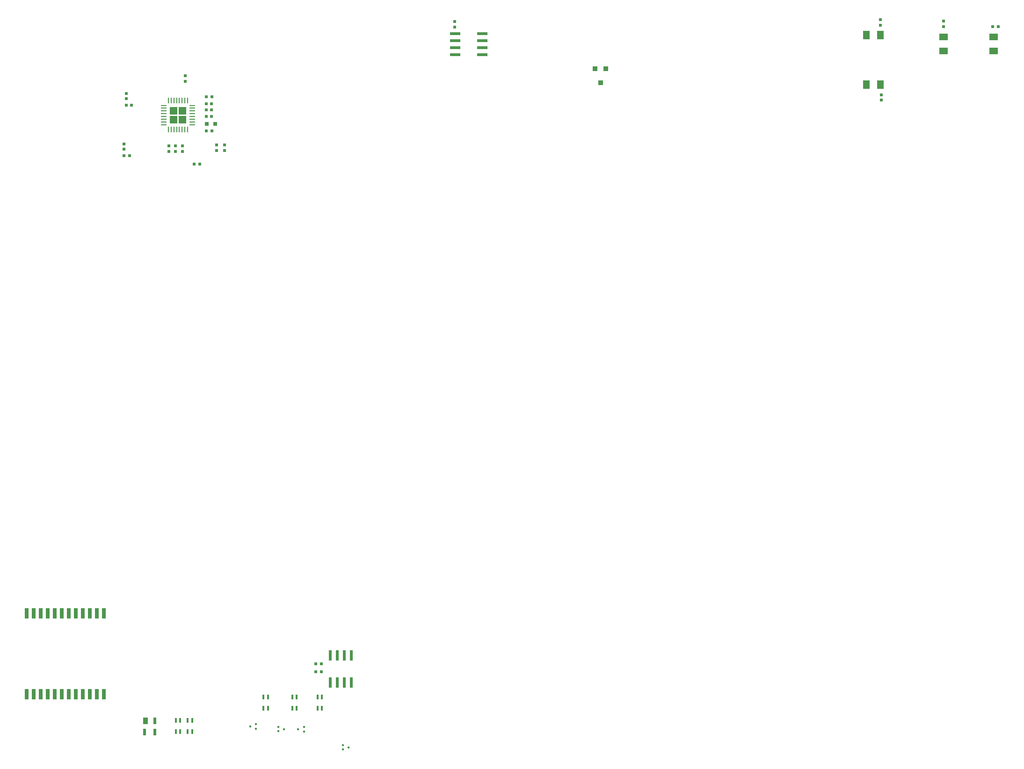
<source format=gbr>
%FSTAX23Y23*%
%MOIN*%
%SFA1B1*%

%IPPOS*%
%ADD21R,0.031496X0.031496*%
%ADD39R,0.017716X0.015748*%
%ADD41R,0.051181X0.059055*%
%ADD42R,0.059055X0.051181*%
%ADD46R,0.035433X0.037402*%
%ADD47R,0.035433X0.037402*%
%ADD54R,0.037000X0.046000*%
%ADD55R,0.021000X0.046000*%
%ADD59R,0.015748X0.035528*%
%ADD64R,0.023622X0.019685*%
%ADD65R,0.019685X0.023622*%
%ADD72R,0.019685X0.019685*%
%ADD73R,0.019685X0.019685*%
%ADD80R,0.022000X0.078000*%
%ADD198R,0.040000X0.009055*%
%ADD199R,0.009055X0.040000*%
%ADD200R,0.078000X0.021000*%
%ADD201R,0.030000X0.075000*%
%ADD203R,0.055118X0.055118*%
%LNsyncbox_paste_bot-1*%
%LPD*%
G54D21*
X0233Y05045D03*
X02389D03*
G54D39*
X0268Y00733D03*
Y00765D03*
X02638Y00749D03*
X03022Y00713D03*
Y00745D03*
X0298Y00729D03*
X02838Y00746D03*
Y00715D03*
X0288Y0073D03*
X033Y00616D03*
Y00585D03*
X03341Y006D03*
G54D41*
X0713Y05325D03*
X0703D03*
X0713Y0568D03*
X0703D03*
G54D42*
X07935Y05665D03*
Y05565D03*
X0758Y05665D03*
Y05565D03*
G54D46*
X05135Y0534D03*
X05097Y05439D03*
G54D47*
X05172Y05439D03*
G54D54*
X01894Y00791D03*
G54D55*
X01961Y00791D03*
Y00711D03*
X01886D03*
G54D59*
X02109Y00792D03*
X0214D03*
X02109Y00713D03*
X0214D03*
X02194Y00792D03*
X02225D03*
X02194Y00713D03*
X02225D03*
X03119Y00959D03*
X0315D03*
X03119Y0088D03*
X0315D03*
X02734Y00959D03*
X02765D03*
X02734Y0088D03*
X02765D03*
X02938Y00959D03*
X0297D03*
X02938Y0088D03*
X0297D03*
G54D64*
X0758Y0574D03*
Y0578D03*
X07135Y05254D03*
Y05215D03*
X0713Y05789D03*
Y0575D03*
X02105Y0485D03*
Y0489D03*
X0206Y0485D03*
Y0489D03*
X02155D03*
Y0485D03*
X02175Y05389D03*
Y0535D03*
X024Y04855D03*
Y04895D03*
X02455Y04855D03*
Y04895D03*
G54D65*
X07969Y0574D03*
X0793D03*
X02325Y05145D03*
X02364D03*
X02325Y0519D03*
X02364D03*
X01755Y0518D03*
X01794D03*
X01779Y0482D03*
X0174D03*
X02279Y0476D03*
X0224D03*
G54D72*
X02365Y0524D03*
X02325D03*
X02325Y051D03*
X02364D03*
X02365Y04995D03*
X02325D03*
X03105Y01195D03*
X03145D03*
X03105Y0114D03*
X03145D03*
G54D73*
X04095Y05735D03*
Y05775D03*
X01755Y05264D03*
Y05225D03*
X0174Y04865D03*
Y04904D03*
G54D80*
X0321Y01257D03*
X0326D03*
X0331D03*
X0336D03*
Y01063D03*
X0331D03*
X0326D03*
X0321D03*
G54D198*
X02227Y05178D03*
Y05159D03*
Y05139D03*
Y05119D03*
Y051D03*
Y0508D03*
Y0506D03*
Y05041D03*
X02022D03*
Y0506D03*
Y0508D03*
Y051D03*
Y05119D03*
Y05139D03*
Y05159D03*
Y05178D03*
G54D199*
X02193Y05007D03*
X02174D03*
X02154D03*
X02134D03*
X02115D03*
X02095D03*
X02075D03*
X02056D03*
Y05212D03*
X02075D03*
X02095D03*
X02115D03*
X02134D03*
X02154D03*
X02174D03*
X02193D03*
G54D200*
X04292Y0554D03*
Y0559D03*
Y0564D03*
Y0569D03*
X04098D03*
Y0564D03*
Y0559D03*
Y0554D03*
G54D201*
X01595Y0098D03*
X01545D03*
X01495D03*
X01445D03*
X01395D03*
X01345D03*
X01295D03*
X01245D03*
X01195D03*
X01145D03*
X01095D03*
X01045D03*
X01595Y01555D03*
X01545D03*
X01495D03*
X01445D03*
X01395D03*
X01345D03*
X01295D03*
X01245D03*
X01195D03*
X01145D03*
X01095D03*
X01045D03*
G54D203*
X02156Y05141D03*
X02093D03*
X02156Y05078D03*
X02093D03*
M02*
</source>
